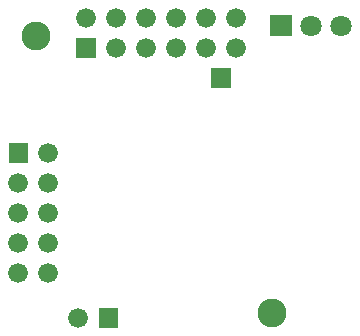
<source format=gbr>
G04 start of page 8 for group -4062 idx -4062 *
G04 Title: (unknown), soldermask *
G04 Creator: pcb 20110918 *
G04 CreationDate: Fri 07 Mar 2014 04:06:25 AM GMT UTC *
G04 For: julien *
G04 Format: Gerber/RS-274X *
G04 PCB-Dimensions: 120000 113000 *
G04 PCB-Coordinate-Origin: lower left *
%MOIN*%
%FSLAX25Y25*%
%LNBOTTOMMASK*%
%ADD122C,0.0960*%
%ADD121C,0.0710*%
%ADD120C,0.0660*%
%ADD119C,0.0001*%
G54D119*G36*
X24200Y101300D02*Y94700D01*
X30800D01*
Y101300D01*
X24200D01*
G37*
G54D120*X37500Y98000D03*
X47500D03*
X27500Y108000D03*
X37500D03*
X47500D03*
X57500D03*
X67500D03*
X77500D03*
X57500Y98000D03*
X67500D03*
X77500D03*
G54D119*G36*
X69200Y91300D02*Y84700D01*
X75800D01*
Y91300D01*
X69200D01*
G37*
G36*
X88950Y109050D02*Y101950D01*
X96050D01*
Y109050D01*
X88950D01*
G37*
G54D121*X102500Y105500D03*
X112500D03*
G54D120*X5000Y43000D03*
X15000D03*
X5000Y33000D03*
X15000D03*
G54D119*G36*
X1700Y66300D02*Y59700D01*
X8300D01*
Y66300D01*
X1700D01*
G37*
G54D120*X15000Y63000D03*
X5000Y53000D03*
X15000D03*
X5000Y23000D03*
X15000D03*
G54D119*G36*
X31700Y11300D02*Y4700D01*
X38300D01*
Y11300D01*
X31700D01*
G37*
G54D120*X25000Y8000D03*
G54D122*X10827Y102173D03*
X89567Y9654D03*
M02*

</source>
